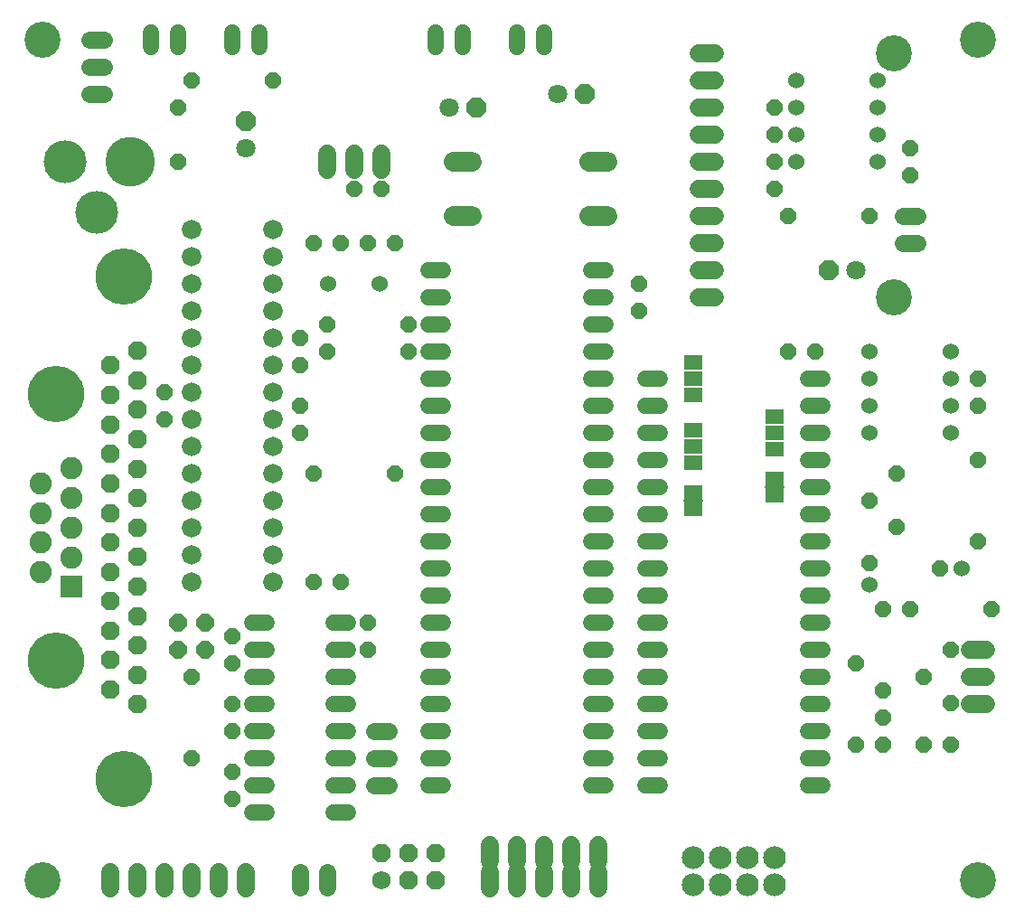
<source format=gbs>
G75*
%MOIN*%
%OFA0B0*%
%FSLAX24Y24*%
%IPPOS*%
%LPD*%
%AMOC8*
5,1,8,0,0,1.08239X$1,22.5*
%
%ADD10C,0.1330*%
%ADD11OC8,0.0600*%
%ADD12C,0.0600*%
%ADD13C,0.0680*%
%ADD14C,0.0680*%
%ADD15OC8,0.0680*%
%ADD16C,0.0720*%
%ADD17C,0.2080*%
%ADD18C,0.1830*%
%ADD19C,0.1580*%
%ADD20C,0.0740*%
%ADD21OC8,0.0640*%
%ADD22C,0.0640*%
%ADD23OC8,0.0710*%
%ADD24C,0.0710*%
%ADD25C,0.0600*%
%ADD26C,0.0840*%
%ADD27R,0.0710X0.0540*%
%ADD28R,0.0720X0.0060*%
%ADD29R,0.0820X0.0820*%
%ADD30C,0.0820*%
D10*
X005863Y001680D03*
X037263Y023180D03*
X037263Y032180D03*
X040363Y032680D03*
X005863Y032680D03*
X040363Y001680D03*
D11*
X039363Y006680D03*
X038363Y006680D03*
X036863Y006680D03*
X035863Y006680D03*
X036863Y007680D03*
X036863Y008680D03*
X035863Y009680D03*
X036863Y011680D03*
X037863Y011680D03*
X039363Y010170D03*
X038363Y009180D03*
X039363Y008190D03*
X040863Y011680D03*
X038963Y013180D03*
X040363Y014180D03*
X037363Y014690D03*
X036363Y015680D03*
X037363Y016670D03*
X040363Y017180D03*
X040363Y019180D03*
X040363Y020180D03*
X034363Y021180D03*
X033363Y021180D03*
X027863Y022680D03*
X027863Y023680D03*
X032863Y027180D03*
X032863Y028180D03*
X032863Y029180D03*
X032863Y030180D03*
X033363Y026180D03*
X036363Y026180D03*
X037863Y027680D03*
X037863Y028680D03*
X019363Y022180D03*
X019363Y021180D03*
X016363Y021180D03*
X015363Y021680D03*
X016363Y022180D03*
X015363Y020680D03*
X015363Y019180D03*
X015363Y018180D03*
X015863Y016680D03*
X018863Y016680D03*
X016863Y012680D03*
X015863Y012680D03*
X017863Y011180D03*
X017863Y010180D03*
X012863Y009680D03*
X012863Y010680D03*
X011363Y009180D03*
X012863Y008180D03*
X012863Y007180D03*
X011363Y006180D03*
X012863Y005680D03*
X012863Y004680D03*
X010363Y018680D03*
X010363Y019680D03*
X015863Y025180D03*
X016863Y025180D03*
X017863Y025180D03*
X018863Y025180D03*
X018363Y027180D03*
X017363Y027180D03*
X014363Y031180D03*
X011363Y031180D03*
X010863Y030180D03*
X010863Y028180D03*
X036363Y013380D03*
D12*
X034623Y013180D02*
X034103Y013180D01*
X034103Y012180D02*
X034623Y012180D01*
X034623Y011180D02*
X034103Y011180D01*
X034103Y010180D02*
X034623Y010180D01*
X034623Y009180D02*
X034103Y009180D01*
X034103Y008180D02*
X034623Y008180D01*
X034623Y007180D02*
X034103Y007180D01*
X034103Y006180D02*
X034623Y006180D01*
X034623Y005180D02*
X034103Y005180D01*
X028623Y005180D02*
X028103Y005180D01*
X028103Y006180D02*
X028623Y006180D01*
X028623Y007180D02*
X028103Y007180D01*
X028103Y008180D02*
X028623Y008180D01*
X028623Y009180D02*
X028103Y009180D01*
X028103Y010180D02*
X028623Y010180D01*
X028623Y011180D02*
X028103Y011180D01*
X028103Y012180D02*
X028623Y012180D01*
X028623Y013180D02*
X028103Y013180D01*
X028103Y014180D02*
X028623Y014180D01*
X028623Y015180D02*
X028103Y015180D01*
X028103Y016180D02*
X028623Y016180D01*
X028623Y017180D02*
X028103Y017180D01*
X028103Y018180D02*
X028623Y018180D01*
X028623Y019180D02*
X028103Y019180D01*
X028103Y020180D02*
X028623Y020180D01*
X026623Y020180D02*
X026103Y020180D01*
X026103Y019180D02*
X026623Y019180D01*
X026623Y018180D02*
X026103Y018180D01*
X026103Y017180D02*
X026623Y017180D01*
X026623Y016180D02*
X026103Y016180D01*
X026103Y015180D02*
X026623Y015180D01*
X026623Y014180D02*
X026103Y014180D01*
X026103Y013180D02*
X026623Y013180D01*
X026623Y012180D02*
X026103Y012180D01*
X026103Y011180D02*
X026623Y011180D01*
X026623Y010180D02*
X026103Y010180D01*
X026103Y009180D02*
X026623Y009180D01*
X026623Y008180D02*
X026103Y008180D01*
X026103Y007180D02*
X026623Y007180D01*
X026623Y006180D02*
X026103Y006180D01*
X026103Y005180D02*
X026623Y005180D01*
X020623Y005180D02*
X020103Y005180D01*
X020103Y006180D02*
X020623Y006180D01*
X020623Y007180D02*
X020103Y007180D01*
X020103Y008180D02*
X020623Y008180D01*
X020623Y009180D02*
X020103Y009180D01*
X020103Y010180D02*
X020623Y010180D01*
X020623Y011180D02*
X020103Y011180D01*
X020103Y012180D02*
X020623Y012180D01*
X020623Y013180D02*
X020103Y013180D01*
X020103Y014180D02*
X020623Y014180D01*
X020623Y015180D02*
X020103Y015180D01*
X020103Y016180D02*
X020623Y016180D01*
X020623Y017180D02*
X020103Y017180D01*
X020103Y018180D02*
X020623Y018180D01*
X020623Y019180D02*
X020103Y019180D01*
X020103Y020180D02*
X020623Y020180D01*
X020623Y021180D02*
X020103Y021180D01*
X020103Y022180D02*
X020623Y022180D01*
X020623Y023180D02*
X020103Y023180D01*
X020103Y024180D02*
X020623Y024180D01*
X026103Y024180D02*
X026623Y024180D01*
X026623Y023180D02*
X026103Y023180D01*
X026103Y022180D02*
X026623Y022180D01*
X026623Y021180D02*
X026103Y021180D01*
X034103Y020180D02*
X034623Y020180D01*
X034623Y019180D02*
X034103Y019180D01*
X034103Y018180D02*
X034623Y018180D01*
X034623Y017180D02*
X034103Y017180D01*
X034103Y016180D02*
X034623Y016180D01*
X034623Y015180D02*
X034103Y015180D01*
X034103Y014180D02*
X034623Y014180D01*
X017123Y011180D02*
X016603Y011180D01*
X016603Y010180D02*
X017123Y010180D01*
X017123Y009180D02*
X016603Y009180D01*
X016603Y008180D02*
X017123Y008180D01*
X017123Y007180D02*
X016603Y007180D01*
X016603Y006180D02*
X017123Y006180D01*
X017123Y005180D02*
X016603Y005180D01*
X016603Y004180D02*
X017123Y004180D01*
X014123Y004180D02*
X013603Y004180D01*
X013603Y005180D02*
X014123Y005180D01*
X014123Y006180D02*
X013603Y006180D01*
X013603Y007180D02*
X014123Y007180D01*
X014123Y008180D02*
X013603Y008180D01*
X013603Y009180D02*
X014123Y009180D01*
X014123Y010180D02*
X013603Y010180D01*
X013603Y011180D02*
X014123Y011180D01*
X013863Y032420D02*
X013863Y032940D01*
X012863Y032940D02*
X012863Y032420D01*
X010863Y032420D02*
X010863Y032940D01*
X009863Y032940D02*
X009863Y032420D01*
X020363Y032420D02*
X020363Y032940D01*
X021363Y032940D02*
X021363Y032420D01*
X023363Y032420D02*
X023363Y032940D01*
X024363Y032940D02*
X024363Y032420D01*
D13*
X030063Y032180D02*
X030663Y032180D01*
X030663Y031180D02*
X030063Y031180D01*
X030063Y030180D02*
X030663Y030180D01*
X030663Y029180D02*
X030063Y029180D01*
X030063Y028180D02*
X030663Y028180D01*
X030663Y027180D02*
X030063Y027180D01*
X030063Y026180D02*
X030663Y026180D01*
X030663Y025180D02*
X030063Y025180D01*
X030063Y024180D02*
X030663Y024180D01*
X030663Y023180D02*
X030063Y023180D01*
X018363Y027880D02*
X018363Y028480D01*
X017363Y028480D02*
X017363Y027880D01*
X016363Y027880D02*
X016363Y028480D01*
X040063Y010180D02*
X040663Y010180D01*
X040663Y009180D02*
X040063Y009180D01*
X040063Y008180D02*
X040663Y008180D01*
X026363Y002980D02*
X026363Y002380D01*
X026363Y001980D02*
X026363Y001380D01*
X025363Y001380D02*
X025363Y001980D01*
X025363Y002380D02*
X025363Y002980D01*
X024363Y002980D02*
X024363Y002380D01*
X024363Y001980D02*
X024363Y001380D01*
X023363Y001380D02*
X023363Y001980D01*
X023363Y002380D02*
X023363Y002980D01*
X022363Y002980D02*
X022363Y002380D01*
X022363Y001980D02*
X022363Y001380D01*
X013363Y001380D02*
X013363Y001980D01*
X012363Y001980D02*
X012363Y001380D01*
X011363Y001380D02*
X011363Y001980D01*
X010363Y001980D02*
X010363Y001380D01*
X009363Y001380D02*
X009363Y001980D01*
X008363Y001980D02*
X008363Y001380D01*
D14*
X018363Y001680D03*
D15*
X018363Y002680D03*
X019363Y002680D03*
X020363Y002680D03*
X020363Y001680D03*
X019363Y001680D03*
X009363Y008160D03*
X009363Y009250D03*
X008363Y009790D03*
X008363Y008700D03*
X009363Y010330D03*
X009363Y011420D03*
X009363Y012510D03*
X009363Y013590D03*
X009363Y014680D03*
X009363Y015770D03*
X008363Y016310D03*
X008363Y015220D03*
X008363Y014140D03*
X008363Y013050D03*
X008363Y011960D03*
X008363Y010880D03*
X009363Y016850D03*
X009363Y017940D03*
X009363Y019030D03*
X009363Y020110D03*
X009363Y021200D03*
X008363Y020660D03*
X008363Y019570D03*
X008363Y018480D03*
X008363Y017400D03*
D16*
X011363Y017680D03*
X011363Y016680D03*
X011363Y015680D03*
X011363Y014680D03*
X011363Y013680D03*
X011363Y012680D03*
X014363Y012680D03*
X014363Y013680D03*
X014363Y014680D03*
X014363Y015680D03*
X014363Y016680D03*
X014363Y017680D03*
X014363Y018680D03*
X014363Y019680D03*
X014363Y020680D03*
X014363Y021680D03*
X014363Y022680D03*
X014363Y023680D03*
X014363Y024680D03*
X014363Y025680D03*
X011363Y025680D03*
X011363Y024680D03*
X011363Y023680D03*
X011363Y022680D03*
X011363Y021680D03*
X011363Y020680D03*
X011363Y019680D03*
X011363Y018680D03*
D17*
X006363Y019601D03*
X008863Y023940D03*
X006363Y009759D03*
X008863Y005420D03*
D18*
X009084Y028180D03*
D19*
X007863Y026290D03*
X006682Y028180D03*
D20*
X021033Y028180D02*
X021693Y028180D01*
X021693Y026180D02*
X021033Y026180D01*
X026033Y026180D02*
X026693Y026180D01*
X026693Y028180D02*
X026033Y028180D01*
D21*
X011863Y011180D03*
X010863Y011180D03*
X010863Y010180D03*
X011863Y010180D03*
D22*
X018083Y007180D02*
X018643Y007180D01*
X018643Y006180D02*
X018083Y006180D01*
X018083Y005180D02*
X018643Y005180D01*
X016363Y001960D02*
X016363Y001400D01*
X015363Y001400D02*
X015363Y001960D01*
X037583Y025180D02*
X038143Y025180D01*
X038143Y026180D02*
X037583Y026180D01*
X008143Y030680D02*
X007583Y030680D01*
X007583Y031680D02*
X008143Y031680D01*
X008143Y032680D02*
X007583Y032680D01*
D23*
X013363Y029680D03*
X021863Y030180D03*
X025863Y030680D03*
X034863Y024180D03*
D24*
X035863Y024180D03*
X024863Y030680D03*
X020863Y030180D03*
X013363Y028680D03*
D25*
X016413Y023680D03*
X018313Y023680D03*
X033663Y028180D03*
X033663Y029180D03*
X033663Y030180D03*
X033663Y031180D03*
X036663Y031180D03*
X036663Y030180D03*
X036663Y029180D03*
X036663Y028180D03*
X036363Y021180D03*
X036363Y020180D03*
X036363Y019180D03*
X036363Y018180D03*
X039363Y018180D03*
X039363Y019180D03*
X039363Y020180D03*
X039363Y021180D03*
X039763Y013180D03*
X036363Y012580D03*
D26*
X032863Y002498D03*
X031863Y002498D03*
X030863Y002498D03*
X029863Y002498D03*
X029863Y001498D03*
X030863Y001498D03*
X031863Y001498D03*
X032863Y001498D03*
D27*
X029863Y015380D03*
X029863Y015980D03*
X029863Y017080D03*
X029863Y017680D03*
X029863Y018280D03*
X029863Y019580D03*
X029863Y020180D03*
X029863Y020780D03*
X032863Y018780D03*
X032863Y018180D03*
X032863Y017580D03*
X032863Y016480D03*
X032863Y015880D03*
D28*
X032863Y016180D03*
X029863Y015680D03*
D29*
X006922Y012499D03*
D30*
X006922Y013589D03*
X006922Y014680D03*
X006922Y015771D03*
X005804Y016314D03*
X005804Y015223D03*
X005804Y014137D03*
X005804Y013046D03*
X006922Y016861D03*
M02*

</source>
